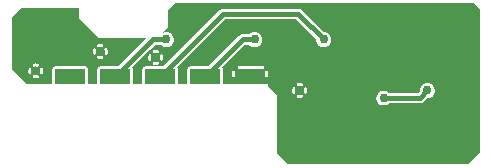
<source format=gbr>
G04 start of page 4 for group 3 idx 3 *
G04 Title: (unknown), 3GND *
G04 Creator: pcb 20110918 *
G04 CreationDate: Mon Sep 22 22:22:36 2014 UTC *
G04 For: fosse *
G04 Format: Gerber/RS-274X *
G04 PCB-Dimensions: 320000 125000 *
G04 PCB-Coordinate-Origin: lower left *
%MOIN*%
%FSLAX25Y25*%
%LNBOTTOM*%
%ADD31C,0.0300*%
%ADD30R,0.0500X0.0500*%
%ADD29C,0.0150*%
%ADD28C,0.0001*%
G54D28*G36*
X118500Y77500D02*Y80000D01*
X121500D01*
Y77500D01*
X118500D01*
G37*
G36*
Y82000D02*Y84500D01*
X121500D01*
Y82000D01*
X118500D01*
G37*
G36*
X107000D02*Y84500D01*
X110000D01*
Y82000D01*
X107000D01*
G37*
G36*
X106500Y77500D02*Y80000D01*
X109500D01*
Y77500D01*
X106500D01*
G37*
G36*
X165746Y104500D02*X188500D01*
X190500Y102500D01*
Y55000D01*
X186500Y51000D01*
X165746D01*
Y71250D01*
X170431D01*
X170500Y71245D01*
X170774Y71266D01*
X170775Y71266D01*
X171042Y71331D01*
X171297Y71436D01*
X171532Y71580D01*
X171741Y71759D01*
X171786Y71811D01*
X172970Y72995D01*
X173000Y72992D01*
X173392Y73023D01*
X173775Y73115D01*
X174138Y73266D01*
X174474Y73471D01*
X174773Y73727D01*
X175029Y74026D01*
X175234Y74362D01*
X175385Y74725D01*
X175477Y75108D01*
X175500Y75500D01*
X175477Y75892D01*
X175385Y76275D01*
X175234Y76638D01*
X175029Y76974D01*
X174773Y77273D01*
X174474Y77529D01*
X174138Y77734D01*
X173775Y77885D01*
X173392Y77977D01*
X173000Y78008D01*
X172608Y77977D01*
X172225Y77885D01*
X171862Y77734D01*
X171526Y77529D01*
X171227Y77273D01*
X170971Y76974D01*
X170766Y76638D01*
X170615Y76275D01*
X170523Y75892D01*
X170492Y75500D01*
X170495Y75470D01*
X169775Y74750D01*
X165746D01*
Y104500D01*
G37*
G36*
X132459Y96066D02*X135995Y92530D01*
X135992Y92500D01*
X136023Y92108D01*
X136115Y91725D01*
X136266Y91362D01*
X136471Y91026D01*
X136727Y90727D01*
X137026Y90471D01*
X137362Y90266D01*
X137725Y90115D01*
X138108Y90023D01*
X138500Y89992D01*
X138892Y90023D01*
X139275Y90115D01*
X139638Y90266D01*
X139974Y90471D01*
X140273Y90727D01*
X140529Y91026D01*
X140734Y91362D01*
X140885Y91725D01*
X140977Y92108D01*
X141000Y92500D01*
X140977Y92892D01*
X140885Y93275D01*
X140734Y93638D01*
X140529Y93974D01*
X140273Y94273D01*
X139974Y94529D01*
X139638Y94734D01*
X139275Y94885D01*
X138892Y94977D01*
X138500Y95008D01*
X138470Y95005D01*
X132459Y101015D01*
Y104500D01*
X165746D01*
Y74750D01*
X160293D01*
X160273Y74773D01*
X159974Y75029D01*
X159638Y75234D01*
X159275Y75385D01*
X158892Y75477D01*
X158500Y75508D01*
X158108Y75477D01*
X157725Y75385D01*
X157362Y75234D01*
X157026Y75029D01*
X156727Y74773D01*
X156471Y74474D01*
X156266Y74138D01*
X156115Y73775D01*
X156023Y73392D01*
X155992Y73000D01*
X156023Y72608D01*
X156115Y72225D01*
X156266Y71862D01*
X156471Y71526D01*
X156727Y71227D01*
X157026Y70971D01*
X157362Y70766D01*
X157725Y70615D01*
X158108Y70523D01*
X158500Y70492D01*
X158892Y70523D01*
X159275Y70615D01*
X159638Y70766D01*
X159974Y70971D01*
X160273Y71227D01*
X160293Y71250D01*
X165746D01*
Y51000D01*
X132459D01*
Y74438D01*
X132512Y74444D01*
X132588Y74465D01*
X132660Y74497D01*
X132725Y74540D01*
X132784Y74593D01*
X132833Y74654D01*
X132872Y74722D01*
X132899Y74796D01*
X132958Y75027D01*
X132992Y75262D01*
X133003Y75500D01*
X132992Y75738D01*
X132958Y75973D01*
X132902Y76205D01*
X132874Y76279D01*
X132835Y76347D01*
X132785Y76409D01*
X132726Y76462D01*
X132660Y76505D01*
X132588Y76537D01*
X132512Y76558D01*
X132459Y76563D01*
Y96066D01*
G37*
G36*
Y101015D02*X131286Y102189D01*
X131241Y102241D01*
X131032Y102420D01*
X130797Y102564D01*
X130542Y102669D01*
X130501Y102679D01*
Y104500D01*
X132459D01*
Y101015D01*
G37*
G36*
X130501Y98024D02*X132459Y96066D01*
Y76563D01*
X132434Y76566D01*
X132355Y76562D01*
X132277Y76546D01*
X132204Y76518D01*
X132135Y76479D01*
X132074Y76429D01*
X132021Y76370D01*
X131977Y76304D01*
X131945Y76232D01*
X131925Y76156D01*
X131916Y76078D01*
X131920Y75999D01*
X131938Y75922D01*
X131973Y75784D01*
X131993Y75642D01*
X132000Y75500D01*
X131993Y75358D01*
X131973Y75216D01*
X131939Y75078D01*
X131922Y75001D01*
X131918Y74922D01*
X131926Y74844D01*
X131947Y74768D01*
X131979Y74696D01*
X132022Y74631D01*
X132075Y74572D01*
X132136Y74523D01*
X132204Y74484D01*
X132278Y74456D01*
X132355Y74440D01*
X132434Y74436D01*
X132459Y74438D01*
Y51000D01*
X130501D01*
Y72997D01*
X130738Y73008D01*
X130973Y73042D01*
X131205Y73098D01*
X131279Y73126D01*
X131347Y73165D01*
X131409Y73215D01*
X131462Y73274D01*
X131505Y73340D01*
X131537Y73412D01*
X131558Y73488D01*
X131566Y73566D01*
X131562Y73645D01*
X131546Y73723D01*
X131518Y73796D01*
X131479Y73865D01*
X131429Y73926D01*
X131370Y73979D01*
X131304Y74023D01*
X131232Y74055D01*
X131156Y74075D01*
X131078Y74084D01*
X130999Y74080D01*
X130922Y74062D01*
X130784Y74027D01*
X130642Y74007D01*
X130501Y74000D01*
Y77000D01*
X130642Y76993D01*
X130784Y76973D01*
X130922Y76939D01*
X130999Y76922D01*
X131078Y76918D01*
X131156Y76926D01*
X131232Y76947D01*
X131304Y76979D01*
X131369Y77022D01*
X131428Y77075D01*
X131477Y77136D01*
X131516Y77204D01*
X131544Y77278D01*
X131560Y77355D01*
X131564Y77434D01*
X131556Y77512D01*
X131535Y77588D01*
X131503Y77660D01*
X131460Y77725D01*
X131407Y77784D01*
X131346Y77833D01*
X131278Y77872D01*
X131204Y77899D01*
X130973Y77958D01*
X130738Y77992D01*
X130501Y78003D01*
Y98024D01*
G37*
G36*
Y102679D02*X130275Y102734D01*
X130274Y102734D01*
X130274D01*
X130000Y102755D01*
X129932Y102750D01*
X105069D01*
X105000Y102755D01*
X104725Y102734D01*
X104458Y102669D01*
X104203Y102564D01*
X103968Y102420D01*
X103759Y102241D01*
X103714Y102189D01*
X85022Y83496D01*
X84459Y83496D01*
Y85438D01*
X84512Y85444D01*
X84588Y85465D01*
X84660Y85497D01*
X84725Y85540D01*
X84784Y85593D01*
X84833Y85654D01*
X84872Y85722D01*
X84899Y85796D01*
X84958Y86027D01*
X84992Y86262D01*
X85003Y86500D01*
X84992Y86738D01*
X84958Y86973D01*
X84902Y87205D01*
X84874Y87279D01*
X84835Y87347D01*
X84785Y87409D01*
X84726Y87462D01*
X84660Y87505D01*
X84588Y87537D01*
X84512Y87558D01*
X84459Y87563D01*
Y90528D01*
X84526Y90471D01*
X84862Y90266D01*
X85225Y90115D01*
X85608Y90023D01*
X86000Y89992D01*
X86392Y90023D01*
X86775Y90115D01*
X87138Y90266D01*
X87474Y90471D01*
X87773Y90727D01*
X88029Y91026D01*
X88234Y91362D01*
X88385Y91725D01*
X88477Y92108D01*
X88500Y92500D01*
X88477Y92892D01*
X88385Y93275D01*
X88234Y93638D01*
X88029Y93974D01*
X87773Y94273D01*
X87474Y94529D01*
X87138Y94734D01*
X86775Y94885D01*
X86392Y94977D01*
X86000Y95008D01*
X85608Y94977D01*
X85225Y94885D01*
X84862Y94734D01*
X84533Y94533D01*
X86500Y96500D01*
Y102000D01*
X89000Y104500D01*
X130501D01*
Y102679D01*
G37*
G36*
X128541Y99250D02*X129275D01*
X130501Y98024D01*
Y78003D01*
X130500Y78003D01*
X130262Y77992D01*
X130027Y77958D01*
X129795Y77902D01*
X129721Y77874D01*
X129653Y77835D01*
X129591Y77785D01*
X129538Y77726D01*
X129495Y77660D01*
X129463Y77588D01*
X129442Y77512D01*
X129434Y77434D01*
X129438Y77355D01*
X129454Y77277D01*
X129482Y77204D01*
X129521Y77135D01*
X129571Y77074D01*
X129630Y77021D01*
X129696Y76977D01*
X129768Y76945D01*
X129844Y76925D01*
X129922Y76916D01*
X130001Y76920D01*
X130078Y76938D01*
X130216Y76973D01*
X130358Y76993D01*
X130500Y77000D01*
X130501Y77000D01*
Y74000D01*
X130500Y74000D01*
X130358Y74007D01*
X130216Y74027D01*
X130078Y74061D01*
X130001Y74078D01*
X129922Y74082D01*
X129844Y74074D01*
X129768Y74053D01*
X129696Y74021D01*
X129631Y73978D01*
X129572Y73925D01*
X129523Y73864D01*
X129484Y73796D01*
X129456Y73722D01*
X129440Y73645D01*
X129436Y73566D01*
X129444Y73488D01*
X129465Y73412D01*
X129497Y73340D01*
X129540Y73275D01*
X129593Y73216D01*
X129654Y73167D01*
X129722Y73128D01*
X129796Y73101D01*
X130027Y73042D01*
X130262Y73008D01*
X130500Y72997D01*
X130501Y72997D01*
Y51000D01*
X128541D01*
Y74437D01*
X128566Y74434D01*
X128645Y74438D01*
X128723Y74454D01*
X128796Y74482D01*
X128865Y74521D01*
X128926Y74571D01*
X128979Y74630D01*
X129023Y74696D01*
X129055Y74768D01*
X129075Y74844D01*
X129084Y74922D01*
X129080Y75001D01*
X129062Y75078D01*
X129027Y75216D01*
X129007Y75358D01*
X129000Y75500D01*
X129007Y75642D01*
X129027Y75784D01*
X129061Y75922D01*
X129078Y75999D01*
X129082Y76078D01*
X129074Y76156D01*
X129053Y76232D01*
X129021Y76304D01*
X128978Y76369D01*
X128925Y76428D01*
X128864Y76477D01*
X128796Y76516D01*
X128722Y76544D01*
X128645Y76560D01*
X128566Y76564D01*
X128541Y76562D01*
Y99250D01*
G37*
G36*
X104986Y83511D02*X112225Y90750D01*
X113707D01*
X113727Y90727D01*
X114026Y90471D01*
X114362Y90266D01*
X114725Y90115D01*
X115108Y90023D01*
X115500Y89992D01*
X115892Y90023D01*
X116275Y90115D01*
X116638Y90266D01*
X116974Y90471D01*
X117273Y90727D01*
X117529Y91026D01*
X117734Y91362D01*
X117885Y91725D01*
X117977Y92108D01*
X118000Y92500D01*
X117977Y92892D01*
X117885Y93275D01*
X117734Y93638D01*
X117529Y93974D01*
X117273Y94273D01*
X116974Y94529D01*
X116638Y94734D01*
X116275Y94885D01*
X115892Y94977D01*
X115500Y95008D01*
X115108Y94977D01*
X114725Y94885D01*
X114362Y94734D01*
X114026Y94529D01*
X113727Y94273D01*
X113707Y94250D01*
X111569D01*
X111500Y94255D01*
X111225Y94234D01*
X110958Y94169D01*
X110703Y94064D01*
X110468Y93920D01*
X110468Y93920D01*
X110259Y93741D01*
X110214Y93689D01*
X100022Y83496D01*
X93843Y83491D01*
X93690Y83454D01*
X93545Y83394D01*
X93410Y83312D01*
X93291Y83209D01*
X93188Y83090D01*
X93106Y82955D01*
X93046Y82810D01*
X93009Y82657D01*
X93000Y82500D01*
X93009Y77500D01*
X90000D01*
X89991Y82657D01*
X89954Y82810D01*
X89894Y82955D01*
X89812Y83090D01*
X89709Y83209D01*
X89696Y83221D01*
X105725Y99250D01*
X128541D01*
Y76562D01*
X128488Y76556D01*
X128412Y76535D01*
X128340Y76503D01*
X128275Y76460D01*
X128216Y76407D01*
X128167Y76346D01*
X128128Y76278D01*
X128101Y76204D01*
X128042Y75973D01*
X128008Y75738D01*
X127997Y75500D01*
X128008Y75262D01*
X128042Y75027D01*
X128098Y74795D01*
X128126Y74721D01*
X128165Y74653D01*
X128215Y74591D01*
X128274Y74538D01*
X128340Y74495D01*
X128412Y74463D01*
X128488Y74442D01*
X128541Y74437D01*
Y51000D01*
X126500D01*
X123000Y54500D01*
Y74000D01*
X119912Y77088D01*
X119954Y77190D01*
X119991Y77343D01*
X120000Y77500D01*
X119991Y82657D01*
X119954Y82810D01*
X119894Y82955D01*
X119812Y83090D01*
X119709Y83209D01*
X119590Y83312D01*
X119455Y83394D01*
X119310Y83454D01*
X119157Y83491D01*
X119000Y83500D01*
X108843Y83491D01*
X108690Y83454D01*
X108545Y83394D01*
X108410Y83312D01*
X108291Y83209D01*
X108188Y83090D01*
X108106Y82955D01*
X108046Y82810D01*
X108009Y82657D01*
X108000Y82500D01*
X108009Y77500D01*
X105000D01*
X104991Y82657D01*
X104954Y82810D01*
X104894Y82955D01*
X104812Y83090D01*
X104709Y83209D01*
X104696Y83221D01*
X104986Y83511D01*
G37*
G36*
X84459Y83496D02*X82501Y83494D01*
Y83997D01*
X82738Y84008D01*
X82973Y84042D01*
X83205Y84098D01*
X83279Y84126D01*
X83347Y84165D01*
X83409Y84215D01*
X83462Y84274D01*
X83505Y84340D01*
X83537Y84412D01*
X83558Y84488D01*
X83566Y84566D01*
X83562Y84645D01*
X83546Y84723D01*
X83518Y84796D01*
X83479Y84865D01*
X83429Y84926D01*
X83370Y84979D01*
X83304Y85023D01*
X83232Y85055D01*
X83156Y85075D01*
X83078Y85084D01*
X82999Y85080D01*
X82922Y85062D01*
X82784Y85027D01*
X82642Y85007D01*
X82501Y85000D01*
Y88000D01*
X82642Y87993D01*
X82784Y87973D01*
X82922Y87939D01*
X82999Y87922D01*
X83078Y87918D01*
X83156Y87926D01*
X83232Y87947D01*
X83304Y87979D01*
X83369Y88022D01*
X83428Y88075D01*
X83477Y88136D01*
X83516Y88204D01*
X83544Y88278D01*
X83560Y88355D01*
X83564Y88434D01*
X83556Y88512D01*
X83535Y88588D01*
X83503Y88660D01*
X83460Y88725D01*
X83407Y88784D01*
X83346Y88833D01*
X83278Y88872D01*
X83204Y88899D01*
X82973Y88958D01*
X82738Y88992D01*
X82501Y89003D01*
Y90750D01*
X84207D01*
X84227Y90727D01*
X84459Y90528D01*
Y87563D01*
X84434Y87566D01*
X84355Y87562D01*
X84277Y87546D01*
X84204Y87518D01*
X84135Y87479D01*
X84074Y87429D01*
X84021Y87370D01*
X83977Y87304D01*
X83945Y87232D01*
X83925Y87156D01*
X83916Y87078D01*
X83920Y86999D01*
X83938Y86922D01*
X83973Y86784D01*
X83993Y86642D01*
X84000Y86500D01*
X83993Y86358D01*
X83973Y86216D01*
X83939Y86078D01*
X83922Y86001D01*
X83918Y85922D01*
X83926Y85844D01*
X83947Y85768D01*
X83979Y85696D01*
X84022Y85631D01*
X84075Y85572D01*
X84136Y85523D01*
X84204Y85484D01*
X84278Y85456D01*
X84355Y85440D01*
X84434Y85436D01*
X84459Y85438D01*
Y83496D01*
G37*
G36*
X82501Y83494D02*X80541Y83492D01*
Y85437D01*
X80566Y85434D01*
X80645Y85438D01*
X80723Y85454D01*
X80796Y85482D01*
X80865Y85521D01*
X80926Y85571D01*
X80979Y85630D01*
X81023Y85696D01*
X81055Y85768D01*
X81075Y85844D01*
X81084Y85922D01*
X81080Y86001D01*
X81062Y86078D01*
X81027Y86216D01*
X81007Y86358D01*
X81000Y86500D01*
X81007Y86642D01*
X81027Y86784D01*
X81061Y86922D01*
X81078Y86999D01*
X81082Y87078D01*
X81074Y87156D01*
X81053Y87232D01*
X81021Y87304D01*
X80978Y87369D01*
X80925Y87428D01*
X80864Y87477D01*
X80796Y87516D01*
X80722Y87544D01*
X80645Y87560D01*
X80566Y87564D01*
X80541Y87562D01*
Y89066D01*
X82225Y90750D01*
X82501D01*
Y89003D01*
X82500Y89003D01*
X82262Y88992D01*
X82027Y88958D01*
X81795Y88902D01*
X81721Y88874D01*
X81653Y88835D01*
X81591Y88785D01*
X81538Y88726D01*
X81495Y88660D01*
X81463Y88588D01*
X81442Y88512D01*
X81434Y88434D01*
X81438Y88355D01*
X81454Y88277D01*
X81482Y88204D01*
X81521Y88135D01*
X81571Y88074D01*
X81630Y88021D01*
X81696Y87977D01*
X81768Y87945D01*
X81844Y87925D01*
X81922Y87916D01*
X82001Y87920D01*
X82078Y87938D01*
X82216Y87973D01*
X82358Y87993D01*
X82500Y88000D01*
X82501Y88000D01*
Y85000D01*
X82500Y85000D01*
X82358Y85007D01*
X82216Y85027D01*
X82078Y85061D01*
X82001Y85078D01*
X81922Y85082D01*
X81844Y85074D01*
X81768Y85053D01*
X81696Y85021D01*
X81631Y84978D01*
X81572Y84925D01*
X81523Y84864D01*
X81484Y84796D01*
X81456Y84722D01*
X81440Y84645D01*
X81436Y84566D01*
X81444Y84488D01*
X81465Y84412D01*
X81497Y84340D01*
X81540Y84275D01*
X81593Y84216D01*
X81654Y84167D01*
X81722Y84128D01*
X81796Y84101D01*
X82027Y84042D01*
X82262Y84008D01*
X82500Y83997D01*
X82501Y83997D01*
Y83494D01*
G37*
G36*
X80541Y83492D02*X78843Y83491D01*
X78690Y83454D01*
X78545Y83394D01*
X78410Y83312D01*
X78291Y83209D01*
X78188Y83090D01*
X78106Y82955D01*
X78046Y82810D01*
X78009Y82657D01*
X78000Y82500D01*
X78009Y77500D01*
X75000D01*
X74991Y82657D01*
X74954Y82810D01*
X74894Y82955D01*
X74812Y83090D01*
X74709Y83209D01*
X74696Y83221D01*
X80541Y89066D01*
Y87562D01*
X80488Y87556D01*
X80412Y87535D01*
X80340Y87503D01*
X80275Y87460D01*
X80216Y87407D01*
X80167Y87346D01*
X80128Y87278D01*
X80101Y87204D01*
X80042Y86973D01*
X80008Y86738D01*
X79997Y86500D01*
X80008Y86262D01*
X80042Y86027D01*
X80098Y85795D01*
X80126Y85721D01*
X80165Y85653D01*
X80215Y85591D01*
X80274Y85538D01*
X80340Y85495D01*
X80412Y85463D01*
X80488Y85442D01*
X80541Y85437D01*
Y83492D01*
G37*
G36*
X65959Y93000D02*X79525D01*
X70022Y83496D01*
X65959Y83493D01*
Y87438D01*
X66012Y87444D01*
X66088Y87465D01*
X66160Y87497D01*
X66225Y87540D01*
X66284Y87593D01*
X66333Y87654D01*
X66372Y87722D01*
X66399Y87796D01*
X66458Y88027D01*
X66492Y88262D01*
X66503Y88500D01*
X66492Y88738D01*
X66458Y88973D01*
X66402Y89205D01*
X66374Y89279D01*
X66335Y89347D01*
X66285Y89409D01*
X66226Y89462D01*
X66160Y89505D01*
X66088Y89537D01*
X66012Y89558D01*
X65959Y89563D01*
Y93000D01*
G37*
G36*
X64001D02*X65959D01*
Y89563D01*
X65934Y89566D01*
X65855Y89562D01*
X65777Y89546D01*
X65704Y89518D01*
X65635Y89479D01*
X65574Y89429D01*
X65521Y89370D01*
X65477Y89304D01*
X65445Y89232D01*
X65425Y89156D01*
X65416Y89078D01*
X65420Y88999D01*
X65438Y88922D01*
X65473Y88784D01*
X65493Y88642D01*
X65500Y88500D01*
X65493Y88358D01*
X65473Y88216D01*
X65439Y88078D01*
X65422Y88001D01*
X65418Y87922D01*
X65426Y87844D01*
X65447Y87768D01*
X65479Y87696D01*
X65522Y87631D01*
X65575Y87572D01*
X65636Y87523D01*
X65704Y87484D01*
X65778Y87456D01*
X65855Y87440D01*
X65934Y87436D01*
X65959Y87438D01*
Y83493D01*
X64001Y83491D01*
Y85997D01*
X64238Y86008D01*
X64473Y86042D01*
X64705Y86098D01*
X64779Y86126D01*
X64847Y86165D01*
X64909Y86215D01*
X64962Y86274D01*
X65005Y86340D01*
X65037Y86412D01*
X65058Y86488D01*
X65066Y86566D01*
X65062Y86645D01*
X65046Y86723D01*
X65018Y86796D01*
X64979Y86865D01*
X64929Y86926D01*
X64870Y86979D01*
X64804Y87023D01*
X64732Y87055D01*
X64656Y87075D01*
X64578Y87084D01*
X64499Y87080D01*
X64422Y87062D01*
X64284Y87027D01*
X64142Y87007D01*
X64001Y87000D01*
Y90000D01*
X64142Y89993D01*
X64284Y89973D01*
X64422Y89939D01*
X64499Y89922D01*
X64578Y89918D01*
X64656Y89926D01*
X64732Y89947D01*
X64804Y89979D01*
X64869Y90022D01*
X64928Y90075D01*
X64977Y90136D01*
X65016Y90204D01*
X65044Y90278D01*
X65060Y90355D01*
X65064Y90434D01*
X65056Y90512D01*
X65035Y90588D01*
X65003Y90660D01*
X64960Y90725D01*
X64907Y90784D01*
X64846Y90833D01*
X64778Y90872D01*
X64704Y90899D01*
X64473Y90958D01*
X64238Y90992D01*
X64001Y91003D01*
Y93000D01*
G37*
G36*
X63009Y77500D02*X62041D01*
Y87437D01*
X62066Y87434D01*
X62145Y87438D01*
X62223Y87454D01*
X62296Y87482D01*
X62365Y87521D01*
X62426Y87571D01*
X62479Y87630D01*
X62523Y87696D01*
X62555Y87768D01*
X62575Y87844D01*
X62584Y87922D01*
X62580Y88001D01*
X62562Y88078D01*
X62527Y88216D01*
X62507Y88358D01*
X62500Y88500D01*
X62507Y88642D01*
X62527Y88784D01*
X62561Y88922D01*
X62578Y88999D01*
X62582Y89078D01*
X62574Y89156D01*
X62553Y89232D01*
X62521Y89304D01*
X62478Y89369D01*
X62425Y89428D01*
X62364Y89477D01*
X62296Y89516D01*
X62222Y89544D01*
X62145Y89560D01*
X62066Y89564D01*
X62041Y89562D01*
Y94459D01*
X63500Y93000D01*
X64001D01*
Y91003D01*
X64000Y91003D01*
X63762Y90992D01*
X63527Y90958D01*
X63295Y90902D01*
X63221Y90874D01*
X63153Y90835D01*
X63091Y90785D01*
X63038Y90726D01*
X62995Y90660D01*
X62963Y90588D01*
X62942Y90512D01*
X62934Y90434D01*
X62938Y90355D01*
X62954Y90277D01*
X62982Y90204D01*
X63021Y90135D01*
X63071Y90074D01*
X63130Y90021D01*
X63196Y89977D01*
X63268Y89945D01*
X63344Y89925D01*
X63422Y89916D01*
X63501Y89920D01*
X63578Y89938D01*
X63716Y89973D01*
X63858Y89993D01*
X64000Y90000D01*
X64001Y90000D01*
Y87000D01*
X64000Y87000D01*
X63858Y87007D01*
X63716Y87027D01*
X63578Y87061D01*
X63501Y87078D01*
X63422Y87082D01*
X63344Y87074D01*
X63268Y87053D01*
X63196Y87021D01*
X63131Y86978D01*
X63072Y86925D01*
X63023Y86864D01*
X62984Y86796D01*
X62956Y86722D01*
X62940Y86645D01*
X62936Y86566D01*
X62944Y86488D01*
X62965Y86412D01*
X62997Y86340D01*
X63040Y86275D01*
X63093Y86216D01*
X63154Y86167D01*
X63222Y86128D01*
X63296Y86101D01*
X63527Y86042D01*
X63762Y86008D01*
X64000Y85997D01*
X64001Y85997D01*
Y83491D01*
X63843Y83491D01*
X63690Y83454D01*
X63545Y83394D01*
X63410Y83312D01*
X63291Y83209D01*
X63188Y83090D01*
X63106Y82955D01*
X63046Y82810D01*
X63009Y82657D01*
X63000Y82500D01*
X63009Y77500D01*
G37*
G36*
X62041D02*X60000D01*
X59991Y82657D01*
X59954Y82810D01*
X59894Y82955D01*
X59812Y83090D01*
X59709Y83209D01*
X59590Y83312D01*
X59455Y83394D01*
X59310Y83454D01*
X59157Y83491D01*
X59000Y83500D01*
X48843Y83491D01*
X48690Y83454D01*
X48545Y83394D01*
X48410Y83312D01*
X48291Y83209D01*
X48188Y83090D01*
X48106Y82955D01*
X48046Y82810D01*
X48009Y82657D01*
X48000Y82500D01*
X48009Y77500D01*
X44459D01*
Y80938D01*
X44512Y80944D01*
X44588Y80965D01*
X44660Y80997D01*
X44725Y81040D01*
X44784Y81093D01*
X44833Y81154D01*
X44872Y81222D01*
X44899Y81296D01*
X44958Y81527D01*
X44992Y81762D01*
X45003Y82000D01*
X44992Y82238D01*
X44958Y82473D01*
X44902Y82705D01*
X44874Y82779D01*
X44835Y82847D01*
X44785Y82909D01*
X44726Y82962D01*
X44660Y83005D01*
X44588Y83037D01*
X44512Y83058D01*
X44459Y83063D01*
Y103000D01*
X57000D01*
Y99500D01*
X62041Y94459D01*
Y89562D01*
X61988Y89556D01*
X61912Y89535D01*
X61840Y89503D01*
X61775Y89460D01*
X61716Y89407D01*
X61667Y89346D01*
X61628Y89278D01*
X61601Y89204D01*
X61542Y88973D01*
X61508Y88738D01*
X61497Y88500D01*
X61508Y88262D01*
X61542Y88027D01*
X61598Y87795D01*
X61626Y87721D01*
X61665Y87653D01*
X61715Y87591D01*
X61774Y87538D01*
X61840Y87495D01*
X61912Y87463D01*
X61988Y87442D01*
X62041Y87437D01*
Y77500D01*
G37*
G36*
X44459D02*X42501D01*
Y79497D01*
X42738Y79508D01*
X42973Y79542D01*
X43205Y79598D01*
X43279Y79626D01*
X43347Y79665D01*
X43409Y79715D01*
X43462Y79774D01*
X43505Y79840D01*
X43537Y79912D01*
X43558Y79988D01*
X43566Y80066D01*
X43562Y80145D01*
X43546Y80223D01*
X43518Y80296D01*
X43479Y80365D01*
X43429Y80426D01*
X43370Y80479D01*
X43304Y80523D01*
X43232Y80555D01*
X43156Y80575D01*
X43078Y80584D01*
X42999Y80580D01*
X42922Y80562D01*
X42784Y80527D01*
X42642Y80507D01*
X42501Y80500D01*
Y83500D01*
X42642Y83493D01*
X42784Y83473D01*
X42922Y83439D01*
X42999Y83422D01*
X43078Y83418D01*
X43156Y83426D01*
X43232Y83447D01*
X43304Y83479D01*
X43369Y83522D01*
X43428Y83575D01*
X43477Y83636D01*
X43516Y83704D01*
X43544Y83778D01*
X43560Y83855D01*
X43564Y83934D01*
X43556Y84012D01*
X43535Y84088D01*
X43503Y84160D01*
X43460Y84225D01*
X43407Y84284D01*
X43346Y84333D01*
X43278Y84372D01*
X43204Y84399D01*
X42973Y84458D01*
X42738Y84492D01*
X42501Y84503D01*
Y103000D01*
X44459D01*
Y83063D01*
X44434Y83066D01*
X44355Y83062D01*
X44277Y83046D01*
X44204Y83018D01*
X44135Y82979D01*
X44074Y82929D01*
X44021Y82870D01*
X43977Y82804D01*
X43945Y82732D01*
X43925Y82656D01*
X43916Y82578D01*
X43920Y82499D01*
X43938Y82422D01*
X43973Y82284D01*
X43993Y82142D01*
X44000Y82000D01*
X43993Y81858D01*
X43973Y81716D01*
X43939Y81578D01*
X43922Y81501D01*
X43918Y81422D01*
X43926Y81344D01*
X43947Y81268D01*
X43979Y81196D01*
X44022Y81131D01*
X44075Y81072D01*
X44136Y81023D01*
X44204Y80984D01*
X44278Y80956D01*
X44355Y80940D01*
X44434Y80936D01*
X44459Y80938D01*
Y77500D01*
G37*
G36*
X42501D02*X40541D01*
Y80937D01*
X40566Y80934D01*
X40645Y80938D01*
X40723Y80954D01*
X40796Y80982D01*
X40865Y81021D01*
X40926Y81071D01*
X40979Y81130D01*
X41023Y81196D01*
X41055Y81268D01*
X41075Y81344D01*
X41084Y81422D01*
X41080Y81501D01*
X41062Y81578D01*
X41027Y81716D01*
X41007Y81858D01*
X41000Y82000D01*
X41007Y82142D01*
X41027Y82284D01*
X41061Y82422D01*
X41078Y82499D01*
X41082Y82578D01*
X41074Y82656D01*
X41053Y82732D01*
X41021Y82804D01*
X40978Y82869D01*
X40925Y82928D01*
X40864Y82977D01*
X40796Y83016D01*
X40722Y83044D01*
X40645Y83060D01*
X40566Y83064D01*
X40541Y83062D01*
Y103000D01*
X42501D01*
Y84503D01*
X42500Y84503D01*
X42262Y84492D01*
X42027Y84458D01*
X41795Y84402D01*
X41721Y84374D01*
X41653Y84335D01*
X41591Y84285D01*
X41538Y84226D01*
X41495Y84160D01*
X41463Y84088D01*
X41442Y84012D01*
X41434Y83934D01*
X41438Y83855D01*
X41454Y83777D01*
X41482Y83704D01*
X41521Y83635D01*
X41571Y83574D01*
X41630Y83521D01*
X41696Y83477D01*
X41768Y83445D01*
X41844Y83425D01*
X41922Y83416D01*
X42001Y83420D01*
X42078Y83438D01*
X42216Y83473D01*
X42358Y83493D01*
X42500Y83500D01*
X42501Y83500D01*
Y80500D01*
X42500Y80500D01*
X42358Y80507D01*
X42216Y80527D01*
X42078Y80561D01*
X42001Y80578D01*
X41922Y80582D01*
X41844Y80574D01*
X41768Y80553D01*
X41696Y80521D01*
X41631Y80478D01*
X41572Y80425D01*
X41523Y80364D01*
X41484Y80296D01*
X41456Y80222D01*
X41440Y80145D01*
X41436Y80066D01*
X41444Y79988D01*
X41465Y79912D01*
X41497Y79840D01*
X41540Y79775D01*
X41593Y79716D01*
X41654Y79667D01*
X41722Y79628D01*
X41796Y79601D01*
X42027Y79542D01*
X42262Y79508D01*
X42500Y79497D01*
X42501Y79497D01*
Y77500D01*
G37*
G36*
X40541D02*X39500D01*
X34500Y82500D01*
Y100000D01*
X37500Y103000D01*
X40541D01*
Y83062D01*
X40488Y83056D01*
X40412Y83035D01*
X40340Y83003D01*
X40275Y82960D01*
X40216Y82907D01*
X40167Y82846D01*
X40128Y82778D01*
X40101Y82704D01*
X40042Y82473D01*
X40008Y82238D01*
X39997Y82000D01*
X40008Y81762D01*
X40042Y81527D01*
X40098Y81295D01*
X40126Y81221D01*
X40165Y81153D01*
X40215Y81091D01*
X40274Y81038D01*
X40340Y80995D01*
X40412Y80963D01*
X40488Y80942D01*
X40541Y80937D01*
Y77500D01*
G37*
G54D29*X158500Y73000D02*X170500D01*
X173000Y75500D01*
X86000Y92500D02*X81500D01*
X115500D02*X111500D01*
X138500D02*X130000Y101000D01*
X105000D01*
X111500Y92500D02*X99000Y80000D01*
X105000Y101000D02*X84000Y80000D01*
X81500Y92500D02*X69000Y80000D01*
G54D30*X66500D02*X71500D01*
X51500D02*X56500D01*
X81500D02*X86500D01*
X96500D02*X101500D01*
X111500D02*X116500D01*
G54D31*X115500Y92500D03*
X86000D03*
X158500Y73000D03*
X173000Y75500D03*
X138500Y92500D03*
X130500Y75500D03*
X54000Y80000D03*
X82500Y86500D03*
X64000Y88500D03*
X42500Y82000D03*
G54D29*M02*

</source>
